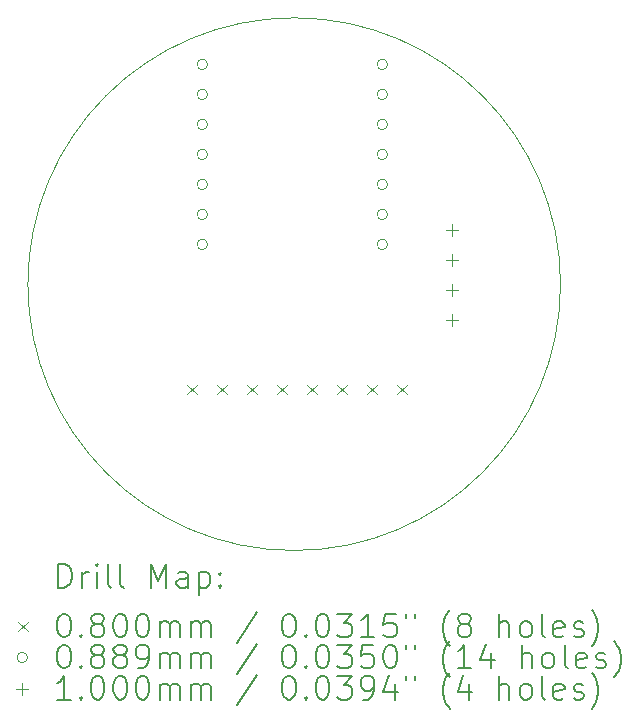
<source format=gbr>
%TF.GenerationSoftware,KiCad,Pcbnew,9.0.2*%
%TF.CreationDate,2025-06-11T04:48:03-04:00*%
%TF.ProjectId,HackCharm,4861636b-4368-4617-926d-2e6b69636164,rev?*%
%TF.SameCoordinates,Original*%
%TF.FileFunction,Drillmap*%
%TF.FilePolarity,Positive*%
%FSLAX45Y45*%
G04 Gerber Fmt 4.5, Leading zero omitted, Abs format (unit mm)*
G04 Created by KiCad (PCBNEW 9.0.2) date 2025-06-11 04:48:03*
%MOMM*%
%LPD*%
G01*
G04 APERTURE LIST*
%ADD10C,0.050000*%
%ADD11C,0.200000*%
%ADD12C,0.100000*%
G04 APERTURE END LIST*
D10*
X17580000Y-9940000D02*
G75*
G02*
X13070418Y-9940000I-2254791J0D01*
G01*
X13070418Y-9940000D02*
G75*
G02*
X17580000Y-9940000I2254791J0D01*
G01*
D11*
D12*
X14421800Y-10792000D02*
X14501800Y-10872000D01*
X14501800Y-10792000D02*
X14421800Y-10872000D01*
X14675800Y-10792000D02*
X14755800Y-10872000D01*
X14755800Y-10792000D02*
X14675800Y-10872000D01*
X14929800Y-10792000D02*
X15009800Y-10872000D01*
X15009800Y-10792000D02*
X14929800Y-10872000D01*
X15183800Y-10792000D02*
X15263800Y-10872000D01*
X15263800Y-10792000D02*
X15183800Y-10872000D01*
X15437800Y-10792000D02*
X15517800Y-10872000D01*
X15517800Y-10792000D02*
X15437800Y-10872000D01*
X15691800Y-10792000D02*
X15771800Y-10872000D01*
X15771800Y-10792000D02*
X15691800Y-10872000D01*
X15945800Y-10792000D02*
X16025800Y-10872000D01*
X16025800Y-10792000D02*
X15945800Y-10872000D01*
X16199800Y-10792000D02*
X16279800Y-10872000D01*
X16279800Y-10792000D02*
X16199800Y-10872000D01*
X14592450Y-8079850D02*
G75*
G02*
X14503550Y-8079850I-44450J0D01*
G01*
X14503550Y-8079850D02*
G75*
G02*
X14592450Y-8079850I44450J0D01*
G01*
X14592450Y-8333850D02*
G75*
G02*
X14503550Y-8333850I-44450J0D01*
G01*
X14503550Y-8333850D02*
G75*
G02*
X14592450Y-8333850I44450J0D01*
G01*
X14592450Y-8587850D02*
G75*
G02*
X14503550Y-8587850I-44450J0D01*
G01*
X14503550Y-8587850D02*
G75*
G02*
X14592450Y-8587850I44450J0D01*
G01*
X14592450Y-8841850D02*
G75*
G02*
X14503550Y-8841850I-44450J0D01*
G01*
X14503550Y-8841850D02*
G75*
G02*
X14592450Y-8841850I44450J0D01*
G01*
X14592450Y-9095850D02*
G75*
G02*
X14503550Y-9095850I-44450J0D01*
G01*
X14503550Y-9095850D02*
G75*
G02*
X14592450Y-9095850I44450J0D01*
G01*
X14592450Y-9349850D02*
G75*
G02*
X14503550Y-9349850I-44450J0D01*
G01*
X14503550Y-9349850D02*
G75*
G02*
X14592450Y-9349850I44450J0D01*
G01*
X14592450Y-9603850D02*
G75*
G02*
X14503550Y-9603850I-44450J0D01*
G01*
X14503550Y-9603850D02*
G75*
G02*
X14592450Y-9603850I44450J0D01*
G01*
X16116450Y-8079850D02*
G75*
G02*
X16027550Y-8079850I-44450J0D01*
G01*
X16027550Y-8079850D02*
G75*
G02*
X16116450Y-8079850I44450J0D01*
G01*
X16116450Y-8333850D02*
G75*
G02*
X16027550Y-8333850I-44450J0D01*
G01*
X16027550Y-8333850D02*
G75*
G02*
X16116450Y-8333850I44450J0D01*
G01*
X16116450Y-8587850D02*
G75*
G02*
X16027550Y-8587850I-44450J0D01*
G01*
X16027550Y-8587850D02*
G75*
G02*
X16116450Y-8587850I44450J0D01*
G01*
X16116450Y-8841850D02*
G75*
G02*
X16027550Y-8841850I-44450J0D01*
G01*
X16027550Y-8841850D02*
G75*
G02*
X16116450Y-8841850I44450J0D01*
G01*
X16116450Y-9095850D02*
G75*
G02*
X16027550Y-9095850I-44450J0D01*
G01*
X16027550Y-9095850D02*
G75*
G02*
X16116450Y-9095850I44450J0D01*
G01*
X16116450Y-9349850D02*
G75*
G02*
X16027550Y-9349850I-44450J0D01*
G01*
X16027550Y-9349850D02*
G75*
G02*
X16116450Y-9349850I44450J0D01*
G01*
X16116450Y-9603850D02*
G75*
G02*
X16027550Y-9603850I-44450J0D01*
G01*
X16027550Y-9603850D02*
G75*
G02*
X16116450Y-9603850I44450J0D01*
G01*
X16660000Y-9433000D02*
X16660000Y-9533000D01*
X16610000Y-9483000D02*
X16710000Y-9483000D01*
X16660000Y-9687000D02*
X16660000Y-9787000D01*
X16610000Y-9737000D02*
X16710000Y-9737000D01*
X16660000Y-9941000D02*
X16660000Y-10041000D01*
X16610000Y-9991000D02*
X16710000Y-9991000D01*
X16660000Y-10195000D02*
X16660000Y-10295000D01*
X16610000Y-10245000D02*
X16710000Y-10245000D01*
D11*
X13328695Y-12508775D02*
X13328695Y-12308775D01*
X13328695Y-12308775D02*
X13376314Y-12308775D01*
X13376314Y-12308775D02*
X13404885Y-12318299D01*
X13404885Y-12318299D02*
X13423933Y-12337346D01*
X13423933Y-12337346D02*
X13433456Y-12356394D01*
X13433456Y-12356394D02*
X13442980Y-12394489D01*
X13442980Y-12394489D02*
X13442980Y-12423061D01*
X13442980Y-12423061D02*
X13433456Y-12461156D01*
X13433456Y-12461156D02*
X13423933Y-12480203D01*
X13423933Y-12480203D02*
X13404885Y-12499251D01*
X13404885Y-12499251D02*
X13376314Y-12508775D01*
X13376314Y-12508775D02*
X13328695Y-12508775D01*
X13528695Y-12508775D02*
X13528695Y-12375441D01*
X13528695Y-12413537D02*
X13538218Y-12394489D01*
X13538218Y-12394489D02*
X13547742Y-12384965D01*
X13547742Y-12384965D02*
X13566790Y-12375441D01*
X13566790Y-12375441D02*
X13585837Y-12375441D01*
X13652504Y-12508775D02*
X13652504Y-12375441D01*
X13652504Y-12308775D02*
X13642980Y-12318299D01*
X13642980Y-12318299D02*
X13652504Y-12327822D01*
X13652504Y-12327822D02*
X13662028Y-12318299D01*
X13662028Y-12318299D02*
X13652504Y-12308775D01*
X13652504Y-12308775D02*
X13652504Y-12327822D01*
X13776314Y-12508775D02*
X13757266Y-12499251D01*
X13757266Y-12499251D02*
X13747742Y-12480203D01*
X13747742Y-12480203D02*
X13747742Y-12308775D01*
X13881075Y-12508775D02*
X13862028Y-12499251D01*
X13862028Y-12499251D02*
X13852504Y-12480203D01*
X13852504Y-12480203D02*
X13852504Y-12308775D01*
X14109647Y-12508775D02*
X14109647Y-12308775D01*
X14109647Y-12308775D02*
X14176314Y-12451632D01*
X14176314Y-12451632D02*
X14242980Y-12308775D01*
X14242980Y-12308775D02*
X14242980Y-12508775D01*
X14423933Y-12508775D02*
X14423933Y-12404013D01*
X14423933Y-12404013D02*
X14414409Y-12384965D01*
X14414409Y-12384965D02*
X14395361Y-12375441D01*
X14395361Y-12375441D02*
X14357266Y-12375441D01*
X14357266Y-12375441D02*
X14338218Y-12384965D01*
X14423933Y-12499251D02*
X14404885Y-12508775D01*
X14404885Y-12508775D02*
X14357266Y-12508775D01*
X14357266Y-12508775D02*
X14338218Y-12499251D01*
X14338218Y-12499251D02*
X14328695Y-12480203D01*
X14328695Y-12480203D02*
X14328695Y-12461156D01*
X14328695Y-12461156D02*
X14338218Y-12442108D01*
X14338218Y-12442108D02*
X14357266Y-12432584D01*
X14357266Y-12432584D02*
X14404885Y-12432584D01*
X14404885Y-12432584D02*
X14423933Y-12423061D01*
X14519171Y-12375441D02*
X14519171Y-12575441D01*
X14519171Y-12384965D02*
X14538218Y-12375441D01*
X14538218Y-12375441D02*
X14576314Y-12375441D01*
X14576314Y-12375441D02*
X14595361Y-12384965D01*
X14595361Y-12384965D02*
X14604885Y-12394489D01*
X14604885Y-12394489D02*
X14614409Y-12413537D01*
X14614409Y-12413537D02*
X14614409Y-12470680D01*
X14614409Y-12470680D02*
X14604885Y-12489727D01*
X14604885Y-12489727D02*
X14595361Y-12499251D01*
X14595361Y-12499251D02*
X14576314Y-12508775D01*
X14576314Y-12508775D02*
X14538218Y-12508775D01*
X14538218Y-12508775D02*
X14519171Y-12499251D01*
X14700123Y-12489727D02*
X14709647Y-12499251D01*
X14709647Y-12499251D02*
X14700123Y-12508775D01*
X14700123Y-12508775D02*
X14690599Y-12499251D01*
X14690599Y-12499251D02*
X14700123Y-12489727D01*
X14700123Y-12489727D02*
X14700123Y-12508775D01*
X14700123Y-12384965D02*
X14709647Y-12394489D01*
X14709647Y-12394489D02*
X14700123Y-12404013D01*
X14700123Y-12404013D02*
X14690599Y-12394489D01*
X14690599Y-12394489D02*
X14700123Y-12384965D01*
X14700123Y-12384965D02*
X14700123Y-12404013D01*
D12*
X12987918Y-12797291D02*
X13067918Y-12877291D01*
X13067918Y-12797291D02*
X12987918Y-12877291D01*
D11*
X13366790Y-12728775D02*
X13385837Y-12728775D01*
X13385837Y-12728775D02*
X13404885Y-12738299D01*
X13404885Y-12738299D02*
X13414409Y-12747822D01*
X13414409Y-12747822D02*
X13423933Y-12766870D01*
X13423933Y-12766870D02*
X13433456Y-12804965D01*
X13433456Y-12804965D02*
X13433456Y-12852584D01*
X13433456Y-12852584D02*
X13423933Y-12890680D01*
X13423933Y-12890680D02*
X13414409Y-12909727D01*
X13414409Y-12909727D02*
X13404885Y-12919251D01*
X13404885Y-12919251D02*
X13385837Y-12928775D01*
X13385837Y-12928775D02*
X13366790Y-12928775D01*
X13366790Y-12928775D02*
X13347742Y-12919251D01*
X13347742Y-12919251D02*
X13338218Y-12909727D01*
X13338218Y-12909727D02*
X13328695Y-12890680D01*
X13328695Y-12890680D02*
X13319171Y-12852584D01*
X13319171Y-12852584D02*
X13319171Y-12804965D01*
X13319171Y-12804965D02*
X13328695Y-12766870D01*
X13328695Y-12766870D02*
X13338218Y-12747822D01*
X13338218Y-12747822D02*
X13347742Y-12738299D01*
X13347742Y-12738299D02*
X13366790Y-12728775D01*
X13519171Y-12909727D02*
X13528695Y-12919251D01*
X13528695Y-12919251D02*
X13519171Y-12928775D01*
X13519171Y-12928775D02*
X13509647Y-12919251D01*
X13509647Y-12919251D02*
X13519171Y-12909727D01*
X13519171Y-12909727D02*
X13519171Y-12928775D01*
X13642980Y-12814489D02*
X13623933Y-12804965D01*
X13623933Y-12804965D02*
X13614409Y-12795441D01*
X13614409Y-12795441D02*
X13604885Y-12776394D01*
X13604885Y-12776394D02*
X13604885Y-12766870D01*
X13604885Y-12766870D02*
X13614409Y-12747822D01*
X13614409Y-12747822D02*
X13623933Y-12738299D01*
X13623933Y-12738299D02*
X13642980Y-12728775D01*
X13642980Y-12728775D02*
X13681076Y-12728775D01*
X13681076Y-12728775D02*
X13700123Y-12738299D01*
X13700123Y-12738299D02*
X13709647Y-12747822D01*
X13709647Y-12747822D02*
X13719171Y-12766870D01*
X13719171Y-12766870D02*
X13719171Y-12776394D01*
X13719171Y-12776394D02*
X13709647Y-12795441D01*
X13709647Y-12795441D02*
X13700123Y-12804965D01*
X13700123Y-12804965D02*
X13681076Y-12814489D01*
X13681076Y-12814489D02*
X13642980Y-12814489D01*
X13642980Y-12814489D02*
X13623933Y-12824013D01*
X13623933Y-12824013D02*
X13614409Y-12833537D01*
X13614409Y-12833537D02*
X13604885Y-12852584D01*
X13604885Y-12852584D02*
X13604885Y-12890680D01*
X13604885Y-12890680D02*
X13614409Y-12909727D01*
X13614409Y-12909727D02*
X13623933Y-12919251D01*
X13623933Y-12919251D02*
X13642980Y-12928775D01*
X13642980Y-12928775D02*
X13681076Y-12928775D01*
X13681076Y-12928775D02*
X13700123Y-12919251D01*
X13700123Y-12919251D02*
X13709647Y-12909727D01*
X13709647Y-12909727D02*
X13719171Y-12890680D01*
X13719171Y-12890680D02*
X13719171Y-12852584D01*
X13719171Y-12852584D02*
X13709647Y-12833537D01*
X13709647Y-12833537D02*
X13700123Y-12824013D01*
X13700123Y-12824013D02*
X13681076Y-12814489D01*
X13842980Y-12728775D02*
X13862028Y-12728775D01*
X13862028Y-12728775D02*
X13881076Y-12738299D01*
X13881076Y-12738299D02*
X13890599Y-12747822D01*
X13890599Y-12747822D02*
X13900123Y-12766870D01*
X13900123Y-12766870D02*
X13909647Y-12804965D01*
X13909647Y-12804965D02*
X13909647Y-12852584D01*
X13909647Y-12852584D02*
X13900123Y-12890680D01*
X13900123Y-12890680D02*
X13890599Y-12909727D01*
X13890599Y-12909727D02*
X13881076Y-12919251D01*
X13881076Y-12919251D02*
X13862028Y-12928775D01*
X13862028Y-12928775D02*
X13842980Y-12928775D01*
X13842980Y-12928775D02*
X13823933Y-12919251D01*
X13823933Y-12919251D02*
X13814409Y-12909727D01*
X13814409Y-12909727D02*
X13804885Y-12890680D01*
X13804885Y-12890680D02*
X13795361Y-12852584D01*
X13795361Y-12852584D02*
X13795361Y-12804965D01*
X13795361Y-12804965D02*
X13804885Y-12766870D01*
X13804885Y-12766870D02*
X13814409Y-12747822D01*
X13814409Y-12747822D02*
X13823933Y-12738299D01*
X13823933Y-12738299D02*
X13842980Y-12728775D01*
X14033456Y-12728775D02*
X14052504Y-12728775D01*
X14052504Y-12728775D02*
X14071552Y-12738299D01*
X14071552Y-12738299D02*
X14081076Y-12747822D01*
X14081076Y-12747822D02*
X14090599Y-12766870D01*
X14090599Y-12766870D02*
X14100123Y-12804965D01*
X14100123Y-12804965D02*
X14100123Y-12852584D01*
X14100123Y-12852584D02*
X14090599Y-12890680D01*
X14090599Y-12890680D02*
X14081076Y-12909727D01*
X14081076Y-12909727D02*
X14071552Y-12919251D01*
X14071552Y-12919251D02*
X14052504Y-12928775D01*
X14052504Y-12928775D02*
X14033456Y-12928775D01*
X14033456Y-12928775D02*
X14014409Y-12919251D01*
X14014409Y-12919251D02*
X14004885Y-12909727D01*
X14004885Y-12909727D02*
X13995361Y-12890680D01*
X13995361Y-12890680D02*
X13985837Y-12852584D01*
X13985837Y-12852584D02*
X13985837Y-12804965D01*
X13985837Y-12804965D02*
X13995361Y-12766870D01*
X13995361Y-12766870D02*
X14004885Y-12747822D01*
X14004885Y-12747822D02*
X14014409Y-12738299D01*
X14014409Y-12738299D02*
X14033456Y-12728775D01*
X14185837Y-12928775D02*
X14185837Y-12795441D01*
X14185837Y-12814489D02*
X14195361Y-12804965D01*
X14195361Y-12804965D02*
X14214409Y-12795441D01*
X14214409Y-12795441D02*
X14242980Y-12795441D01*
X14242980Y-12795441D02*
X14262028Y-12804965D01*
X14262028Y-12804965D02*
X14271552Y-12824013D01*
X14271552Y-12824013D02*
X14271552Y-12928775D01*
X14271552Y-12824013D02*
X14281076Y-12804965D01*
X14281076Y-12804965D02*
X14300123Y-12795441D01*
X14300123Y-12795441D02*
X14328695Y-12795441D01*
X14328695Y-12795441D02*
X14347742Y-12804965D01*
X14347742Y-12804965D02*
X14357266Y-12824013D01*
X14357266Y-12824013D02*
X14357266Y-12928775D01*
X14452504Y-12928775D02*
X14452504Y-12795441D01*
X14452504Y-12814489D02*
X14462028Y-12804965D01*
X14462028Y-12804965D02*
X14481076Y-12795441D01*
X14481076Y-12795441D02*
X14509647Y-12795441D01*
X14509647Y-12795441D02*
X14528695Y-12804965D01*
X14528695Y-12804965D02*
X14538218Y-12824013D01*
X14538218Y-12824013D02*
X14538218Y-12928775D01*
X14538218Y-12824013D02*
X14547742Y-12804965D01*
X14547742Y-12804965D02*
X14566790Y-12795441D01*
X14566790Y-12795441D02*
X14595361Y-12795441D01*
X14595361Y-12795441D02*
X14614409Y-12804965D01*
X14614409Y-12804965D02*
X14623933Y-12824013D01*
X14623933Y-12824013D02*
X14623933Y-12928775D01*
X15014409Y-12719251D02*
X14842980Y-12976394D01*
X15271552Y-12728775D02*
X15290600Y-12728775D01*
X15290600Y-12728775D02*
X15309647Y-12738299D01*
X15309647Y-12738299D02*
X15319171Y-12747822D01*
X15319171Y-12747822D02*
X15328695Y-12766870D01*
X15328695Y-12766870D02*
X15338219Y-12804965D01*
X15338219Y-12804965D02*
X15338219Y-12852584D01*
X15338219Y-12852584D02*
X15328695Y-12890680D01*
X15328695Y-12890680D02*
X15319171Y-12909727D01*
X15319171Y-12909727D02*
X15309647Y-12919251D01*
X15309647Y-12919251D02*
X15290600Y-12928775D01*
X15290600Y-12928775D02*
X15271552Y-12928775D01*
X15271552Y-12928775D02*
X15252504Y-12919251D01*
X15252504Y-12919251D02*
X15242980Y-12909727D01*
X15242980Y-12909727D02*
X15233457Y-12890680D01*
X15233457Y-12890680D02*
X15223933Y-12852584D01*
X15223933Y-12852584D02*
X15223933Y-12804965D01*
X15223933Y-12804965D02*
X15233457Y-12766870D01*
X15233457Y-12766870D02*
X15242980Y-12747822D01*
X15242980Y-12747822D02*
X15252504Y-12738299D01*
X15252504Y-12738299D02*
X15271552Y-12728775D01*
X15423933Y-12909727D02*
X15433457Y-12919251D01*
X15433457Y-12919251D02*
X15423933Y-12928775D01*
X15423933Y-12928775D02*
X15414409Y-12919251D01*
X15414409Y-12919251D02*
X15423933Y-12909727D01*
X15423933Y-12909727D02*
X15423933Y-12928775D01*
X15557266Y-12728775D02*
X15576314Y-12728775D01*
X15576314Y-12728775D02*
X15595361Y-12738299D01*
X15595361Y-12738299D02*
X15604885Y-12747822D01*
X15604885Y-12747822D02*
X15614409Y-12766870D01*
X15614409Y-12766870D02*
X15623933Y-12804965D01*
X15623933Y-12804965D02*
X15623933Y-12852584D01*
X15623933Y-12852584D02*
X15614409Y-12890680D01*
X15614409Y-12890680D02*
X15604885Y-12909727D01*
X15604885Y-12909727D02*
X15595361Y-12919251D01*
X15595361Y-12919251D02*
X15576314Y-12928775D01*
X15576314Y-12928775D02*
X15557266Y-12928775D01*
X15557266Y-12928775D02*
X15538219Y-12919251D01*
X15538219Y-12919251D02*
X15528695Y-12909727D01*
X15528695Y-12909727D02*
X15519171Y-12890680D01*
X15519171Y-12890680D02*
X15509647Y-12852584D01*
X15509647Y-12852584D02*
X15509647Y-12804965D01*
X15509647Y-12804965D02*
X15519171Y-12766870D01*
X15519171Y-12766870D02*
X15528695Y-12747822D01*
X15528695Y-12747822D02*
X15538219Y-12738299D01*
X15538219Y-12738299D02*
X15557266Y-12728775D01*
X15690600Y-12728775D02*
X15814409Y-12728775D01*
X15814409Y-12728775D02*
X15747742Y-12804965D01*
X15747742Y-12804965D02*
X15776314Y-12804965D01*
X15776314Y-12804965D02*
X15795361Y-12814489D01*
X15795361Y-12814489D02*
X15804885Y-12824013D01*
X15804885Y-12824013D02*
X15814409Y-12843061D01*
X15814409Y-12843061D02*
X15814409Y-12890680D01*
X15814409Y-12890680D02*
X15804885Y-12909727D01*
X15804885Y-12909727D02*
X15795361Y-12919251D01*
X15795361Y-12919251D02*
X15776314Y-12928775D01*
X15776314Y-12928775D02*
X15719171Y-12928775D01*
X15719171Y-12928775D02*
X15700123Y-12919251D01*
X15700123Y-12919251D02*
X15690600Y-12909727D01*
X16004885Y-12928775D02*
X15890600Y-12928775D01*
X15947742Y-12928775D02*
X15947742Y-12728775D01*
X15947742Y-12728775D02*
X15928695Y-12757346D01*
X15928695Y-12757346D02*
X15909647Y-12776394D01*
X15909647Y-12776394D02*
X15890600Y-12785918D01*
X16185838Y-12728775D02*
X16090600Y-12728775D01*
X16090600Y-12728775D02*
X16081076Y-12824013D01*
X16081076Y-12824013D02*
X16090600Y-12814489D01*
X16090600Y-12814489D02*
X16109647Y-12804965D01*
X16109647Y-12804965D02*
X16157266Y-12804965D01*
X16157266Y-12804965D02*
X16176314Y-12814489D01*
X16176314Y-12814489D02*
X16185838Y-12824013D01*
X16185838Y-12824013D02*
X16195361Y-12843061D01*
X16195361Y-12843061D02*
X16195361Y-12890680D01*
X16195361Y-12890680D02*
X16185838Y-12909727D01*
X16185838Y-12909727D02*
X16176314Y-12919251D01*
X16176314Y-12919251D02*
X16157266Y-12928775D01*
X16157266Y-12928775D02*
X16109647Y-12928775D01*
X16109647Y-12928775D02*
X16090600Y-12919251D01*
X16090600Y-12919251D02*
X16081076Y-12909727D01*
X16271552Y-12728775D02*
X16271552Y-12766870D01*
X16347742Y-12728775D02*
X16347742Y-12766870D01*
X16642981Y-13004965D02*
X16633457Y-12995441D01*
X16633457Y-12995441D02*
X16614409Y-12966870D01*
X16614409Y-12966870D02*
X16604885Y-12947822D01*
X16604885Y-12947822D02*
X16595362Y-12919251D01*
X16595362Y-12919251D02*
X16585838Y-12871632D01*
X16585838Y-12871632D02*
X16585838Y-12833537D01*
X16585838Y-12833537D02*
X16595362Y-12785918D01*
X16595362Y-12785918D02*
X16604885Y-12757346D01*
X16604885Y-12757346D02*
X16614409Y-12738299D01*
X16614409Y-12738299D02*
X16633457Y-12709727D01*
X16633457Y-12709727D02*
X16642981Y-12700203D01*
X16747742Y-12814489D02*
X16728695Y-12804965D01*
X16728695Y-12804965D02*
X16719171Y-12795441D01*
X16719171Y-12795441D02*
X16709647Y-12776394D01*
X16709647Y-12776394D02*
X16709647Y-12766870D01*
X16709647Y-12766870D02*
X16719171Y-12747822D01*
X16719171Y-12747822D02*
X16728695Y-12738299D01*
X16728695Y-12738299D02*
X16747742Y-12728775D01*
X16747742Y-12728775D02*
X16785838Y-12728775D01*
X16785838Y-12728775D02*
X16804885Y-12738299D01*
X16804885Y-12738299D02*
X16814409Y-12747822D01*
X16814409Y-12747822D02*
X16823933Y-12766870D01*
X16823933Y-12766870D02*
X16823933Y-12776394D01*
X16823933Y-12776394D02*
X16814409Y-12795441D01*
X16814409Y-12795441D02*
X16804885Y-12804965D01*
X16804885Y-12804965D02*
X16785838Y-12814489D01*
X16785838Y-12814489D02*
X16747742Y-12814489D01*
X16747742Y-12814489D02*
X16728695Y-12824013D01*
X16728695Y-12824013D02*
X16719171Y-12833537D01*
X16719171Y-12833537D02*
X16709647Y-12852584D01*
X16709647Y-12852584D02*
X16709647Y-12890680D01*
X16709647Y-12890680D02*
X16719171Y-12909727D01*
X16719171Y-12909727D02*
X16728695Y-12919251D01*
X16728695Y-12919251D02*
X16747742Y-12928775D01*
X16747742Y-12928775D02*
X16785838Y-12928775D01*
X16785838Y-12928775D02*
X16804885Y-12919251D01*
X16804885Y-12919251D02*
X16814409Y-12909727D01*
X16814409Y-12909727D02*
X16823933Y-12890680D01*
X16823933Y-12890680D02*
X16823933Y-12852584D01*
X16823933Y-12852584D02*
X16814409Y-12833537D01*
X16814409Y-12833537D02*
X16804885Y-12824013D01*
X16804885Y-12824013D02*
X16785838Y-12814489D01*
X17062028Y-12928775D02*
X17062028Y-12728775D01*
X17147743Y-12928775D02*
X17147743Y-12824013D01*
X17147743Y-12824013D02*
X17138219Y-12804965D01*
X17138219Y-12804965D02*
X17119171Y-12795441D01*
X17119171Y-12795441D02*
X17090600Y-12795441D01*
X17090600Y-12795441D02*
X17071552Y-12804965D01*
X17071552Y-12804965D02*
X17062028Y-12814489D01*
X17271552Y-12928775D02*
X17252505Y-12919251D01*
X17252505Y-12919251D02*
X17242981Y-12909727D01*
X17242981Y-12909727D02*
X17233457Y-12890680D01*
X17233457Y-12890680D02*
X17233457Y-12833537D01*
X17233457Y-12833537D02*
X17242981Y-12814489D01*
X17242981Y-12814489D02*
X17252505Y-12804965D01*
X17252505Y-12804965D02*
X17271552Y-12795441D01*
X17271552Y-12795441D02*
X17300124Y-12795441D01*
X17300124Y-12795441D02*
X17319171Y-12804965D01*
X17319171Y-12804965D02*
X17328695Y-12814489D01*
X17328695Y-12814489D02*
X17338219Y-12833537D01*
X17338219Y-12833537D02*
X17338219Y-12890680D01*
X17338219Y-12890680D02*
X17328695Y-12909727D01*
X17328695Y-12909727D02*
X17319171Y-12919251D01*
X17319171Y-12919251D02*
X17300124Y-12928775D01*
X17300124Y-12928775D02*
X17271552Y-12928775D01*
X17452505Y-12928775D02*
X17433457Y-12919251D01*
X17433457Y-12919251D02*
X17423933Y-12900203D01*
X17423933Y-12900203D02*
X17423933Y-12728775D01*
X17604886Y-12919251D02*
X17585838Y-12928775D01*
X17585838Y-12928775D02*
X17547743Y-12928775D01*
X17547743Y-12928775D02*
X17528695Y-12919251D01*
X17528695Y-12919251D02*
X17519171Y-12900203D01*
X17519171Y-12900203D02*
X17519171Y-12824013D01*
X17519171Y-12824013D02*
X17528695Y-12804965D01*
X17528695Y-12804965D02*
X17547743Y-12795441D01*
X17547743Y-12795441D02*
X17585838Y-12795441D01*
X17585838Y-12795441D02*
X17604886Y-12804965D01*
X17604886Y-12804965D02*
X17614409Y-12824013D01*
X17614409Y-12824013D02*
X17614409Y-12843061D01*
X17614409Y-12843061D02*
X17519171Y-12862108D01*
X17690600Y-12919251D02*
X17709647Y-12928775D01*
X17709647Y-12928775D02*
X17747743Y-12928775D01*
X17747743Y-12928775D02*
X17766790Y-12919251D01*
X17766790Y-12919251D02*
X17776314Y-12900203D01*
X17776314Y-12900203D02*
X17776314Y-12890680D01*
X17776314Y-12890680D02*
X17766790Y-12871632D01*
X17766790Y-12871632D02*
X17747743Y-12862108D01*
X17747743Y-12862108D02*
X17719171Y-12862108D01*
X17719171Y-12862108D02*
X17700124Y-12852584D01*
X17700124Y-12852584D02*
X17690600Y-12833537D01*
X17690600Y-12833537D02*
X17690600Y-12824013D01*
X17690600Y-12824013D02*
X17700124Y-12804965D01*
X17700124Y-12804965D02*
X17719171Y-12795441D01*
X17719171Y-12795441D02*
X17747743Y-12795441D01*
X17747743Y-12795441D02*
X17766790Y-12804965D01*
X17842981Y-13004965D02*
X17852505Y-12995441D01*
X17852505Y-12995441D02*
X17871552Y-12966870D01*
X17871552Y-12966870D02*
X17881076Y-12947822D01*
X17881076Y-12947822D02*
X17890600Y-12919251D01*
X17890600Y-12919251D02*
X17900124Y-12871632D01*
X17900124Y-12871632D02*
X17900124Y-12833537D01*
X17900124Y-12833537D02*
X17890600Y-12785918D01*
X17890600Y-12785918D02*
X17881076Y-12757346D01*
X17881076Y-12757346D02*
X17871552Y-12738299D01*
X17871552Y-12738299D02*
X17852505Y-12709727D01*
X17852505Y-12709727D02*
X17842981Y-12700203D01*
D12*
X13067918Y-13101291D02*
G75*
G02*
X12979018Y-13101291I-44450J0D01*
G01*
X12979018Y-13101291D02*
G75*
G02*
X13067918Y-13101291I44450J0D01*
G01*
D11*
X13366790Y-12992775D02*
X13385837Y-12992775D01*
X13385837Y-12992775D02*
X13404885Y-13002299D01*
X13404885Y-13002299D02*
X13414409Y-13011822D01*
X13414409Y-13011822D02*
X13423933Y-13030870D01*
X13423933Y-13030870D02*
X13433456Y-13068965D01*
X13433456Y-13068965D02*
X13433456Y-13116584D01*
X13433456Y-13116584D02*
X13423933Y-13154680D01*
X13423933Y-13154680D02*
X13414409Y-13173727D01*
X13414409Y-13173727D02*
X13404885Y-13183251D01*
X13404885Y-13183251D02*
X13385837Y-13192775D01*
X13385837Y-13192775D02*
X13366790Y-13192775D01*
X13366790Y-13192775D02*
X13347742Y-13183251D01*
X13347742Y-13183251D02*
X13338218Y-13173727D01*
X13338218Y-13173727D02*
X13328695Y-13154680D01*
X13328695Y-13154680D02*
X13319171Y-13116584D01*
X13319171Y-13116584D02*
X13319171Y-13068965D01*
X13319171Y-13068965D02*
X13328695Y-13030870D01*
X13328695Y-13030870D02*
X13338218Y-13011822D01*
X13338218Y-13011822D02*
X13347742Y-13002299D01*
X13347742Y-13002299D02*
X13366790Y-12992775D01*
X13519171Y-13173727D02*
X13528695Y-13183251D01*
X13528695Y-13183251D02*
X13519171Y-13192775D01*
X13519171Y-13192775D02*
X13509647Y-13183251D01*
X13509647Y-13183251D02*
X13519171Y-13173727D01*
X13519171Y-13173727D02*
X13519171Y-13192775D01*
X13642980Y-13078489D02*
X13623933Y-13068965D01*
X13623933Y-13068965D02*
X13614409Y-13059441D01*
X13614409Y-13059441D02*
X13604885Y-13040394D01*
X13604885Y-13040394D02*
X13604885Y-13030870D01*
X13604885Y-13030870D02*
X13614409Y-13011822D01*
X13614409Y-13011822D02*
X13623933Y-13002299D01*
X13623933Y-13002299D02*
X13642980Y-12992775D01*
X13642980Y-12992775D02*
X13681076Y-12992775D01*
X13681076Y-12992775D02*
X13700123Y-13002299D01*
X13700123Y-13002299D02*
X13709647Y-13011822D01*
X13709647Y-13011822D02*
X13719171Y-13030870D01*
X13719171Y-13030870D02*
X13719171Y-13040394D01*
X13719171Y-13040394D02*
X13709647Y-13059441D01*
X13709647Y-13059441D02*
X13700123Y-13068965D01*
X13700123Y-13068965D02*
X13681076Y-13078489D01*
X13681076Y-13078489D02*
X13642980Y-13078489D01*
X13642980Y-13078489D02*
X13623933Y-13088013D01*
X13623933Y-13088013D02*
X13614409Y-13097537D01*
X13614409Y-13097537D02*
X13604885Y-13116584D01*
X13604885Y-13116584D02*
X13604885Y-13154680D01*
X13604885Y-13154680D02*
X13614409Y-13173727D01*
X13614409Y-13173727D02*
X13623933Y-13183251D01*
X13623933Y-13183251D02*
X13642980Y-13192775D01*
X13642980Y-13192775D02*
X13681076Y-13192775D01*
X13681076Y-13192775D02*
X13700123Y-13183251D01*
X13700123Y-13183251D02*
X13709647Y-13173727D01*
X13709647Y-13173727D02*
X13719171Y-13154680D01*
X13719171Y-13154680D02*
X13719171Y-13116584D01*
X13719171Y-13116584D02*
X13709647Y-13097537D01*
X13709647Y-13097537D02*
X13700123Y-13088013D01*
X13700123Y-13088013D02*
X13681076Y-13078489D01*
X13833456Y-13078489D02*
X13814409Y-13068965D01*
X13814409Y-13068965D02*
X13804885Y-13059441D01*
X13804885Y-13059441D02*
X13795361Y-13040394D01*
X13795361Y-13040394D02*
X13795361Y-13030870D01*
X13795361Y-13030870D02*
X13804885Y-13011822D01*
X13804885Y-13011822D02*
X13814409Y-13002299D01*
X13814409Y-13002299D02*
X13833456Y-12992775D01*
X13833456Y-12992775D02*
X13871552Y-12992775D01*
X13871552Y-12992775D02*
X13890599Y-13002299D01*
X13890599Y-13002299D02*
X13900123Y-13011822D01*
X13900123Y-13011822D02*
X13909647Y-13030870D01*
X13909647Y-13030870D02*
X13909647Y-13040394D01*
X13909647Y-13040394D02*
X13900123Y-13059441D01*
X13900123Y-13059441D02*
X13890599Y-13068965D01*
X13890599Y-13068965D02*
X13871552Y-13078489D01*
X13871552Y-13078489D02*
X13833456Y-13078489D01*
X13833456Y-13078489D02*
X13814409Y-13088013D01*
X13814409Y-13088013D02*
X13804885Y-13097537D01*
X13804885Y-13097537D02*
X13795361Y-13116584D01*
X13795361Y-13116584D02*
X13795361Y-13154680D01*
X13795361Y-13154680D02*
X13804885Y-13173727D01*
X13804885Y-13173727D02*
X13814409Y-13183251D01*
X13814409Y-13183251D02*
X13833456Y-13192775D01*
X13833456Y-13192775D02*
X13871552Y-13192775D01*
X13871552Y-13192775D02*
X13890599Y-13183251D01*
X13890599Y-13183251D02*
X13900123Y-13173727D01*
X13900123Y-13173727D02*
X13909647Y-13154680D01*
X13909647Y-13154680D02*
X13909647Y-13116584D01*
X13909647Y-13116584D02*
X13900123Y-13097537D01*
X13900123Y-13097537D02*
X13890599Y-13088013D01*
X13890599Y-13088013D02*
X13871552Y-13078489D01*
X14004885Y-13192775D02*
X14042980Y-13192775D01*
X14042980Y-13192775D02*
X14062028Y-13183251D01*
X14062028Y-13183251D02*
X14071552Y-13173727D01*
X14071552Y-13173727D02*
X14090599Y-13145156D01*
X14090599Y-13145156D02*
X14100123Y-13107061D01*
X14100123Y-13107061D02*
X14100123Y-13030870D01*
X14100123Y-13030870D02*
X14090599Y-13011822D01*
X14090599Y-13011822D02*
X14081076Y-13002299D01*
X14081076Y-13002299D02*
X14062028Y-12992775D01*
X14062028Y-12992775D02*
X14023933Y-12992775D01*
X14023933Y-12992775D02*
X14004885Y-13002299D01*
X14004885Y-13002299D02*
X13995361Y-13011822D01*
X13995361Y-13011822D02*
X13985837Y-13030870D01*
X13985837Y-13030870D02*
X13985837Y-13078489D01*
X13985837Y-13078489D02*
X13995361Y-13097537D01*
X13995361Y-13097537D02*
X14004885Y-13107061D01*
X14004885Y-13107061D02*
X14023933Y-13116584D01*
X14023933Y-13116584D02*
X14062028Y-13116584D01*
X14062028Y-13116584D02*
X14081076Y-13107061D01*
X14081076Y-13107061D02*
X14090599Y-13097537D01*
X14090599Y-13097537D02*
X14100123Y-13078489D01*
X14185837Y-13192775D02*
X14185837Y-13059441D01*
X14185837Y-13078489D02*
X14195361Y-13068965D01*
X14195361Y-13068965D02*
X14214409Y-13059441D01*
X14214409Y-13059441D02*
X14242980Y-13059441D01*
X14242980Y-13059441D02*
X14262028Y-13068965D01*
X14262028Y-13068965D02*
X14271552Y-13088013D01*
X14271552Y-13088013D02*
X14271552Y-13192775D01*
X14271552Y-13088013D02*
X14281076Y-13068965D01*
X14281076Y-13068965D02*
X14300123Y-13059441D01*
X14300123Y-13059441D02*
X14328695Y-13059441D01*
X14328695Y-13059441D02*
X14347742Y-13068965D01*
X14347742Y-13068965D02*
X14357266Y-13088013D01*
X14357266Y-13088013D02*
X14357266Y-13192775D01*
X14452504Y-13192775D02*
X14452504Y-13059441D01*
X14452504Y-13078489D02*
X14462028Y-13068965D01*
X14462028Y-13068965D02*
X14481076Y-13059441D01*
X14481076Y-13059441D02*
X14509647Y-13059441D01*
X14509647Y-13059441D02*
X14528695Y-13068965D01*
X14528695Y-13068965D02*
X14538218Y-13088013D01*
X14538218Y-13088013D02*
X14538218Y-13192775D01*
X14538218Y-13088013D02*
X14547742Y-13068965D01*
X14547742Y-13068965D02*
X14566790Y-13059441D01*
X14566790Y-13059441D02*
X14595361Y-13059441D01*
X14595361Y-13059441D02*
X14614409Y-13068965D01*
X14614409Y-13068965D02*
X14623933Y-13088013D01*
X14623933Y-13088013D02*
X14623933Y-13192775D01*
X15014409Y-12983251D02*
X14842980Y-13240394D01*
X15271552Y-12992775D02*
X15290600Y-12992775D01*
X15290600Y-12992775D02*
X15309647Y-13002299D01*
X15309647Y-13002299D02*
X15319171Y-13011822D01*
X15319171Y-13011822D02*
X15328695Y-13030870D01*
X15328695Y-13030870D02*
X15338219Y-13068965D01*
X15338219Y-13068965D02*
X15338219Y-13116584D01*
X15338219Y-13116584D02*
X15328695Y-13154680D01*
X15328695Y-13154680D02*
X15319171Y-13173727D01*
X15319171Y-13173727D02*
X15309647Y-13183251D01*
X15309647Y-13183251D02*
X15290600Y-13192775D01*
X15290600Y-13192775D02*
X15271552Y-13192775D01*
X15271552Y-13192775D02*
X15252504Y-13183251D01*
X15252504Y-13183251D02*
X15242980Y-13173727D01*
X15242980Y-13173727D02*
X15233457Y-13154680D01*
X15233457Y-13154680D02*
X15223933Y-13116584D01*
X15223933Y-13116584D02*
X15223933Y-13068965D01*
X15223933Y-13068965D02*
X15233457Y-13030870D01*
X15233457Y-13030870D02*
X15242980Y-13011822D01*
X15242980Y-13011822D02*
X15252504Y-13002299D01*
X15252504Y-13002299D02*
X15271552Y-12992775D01*
X15423933Y-13173727D02*
X15433457Y-13183251D01*
X15433457Y-13183251D02*
X15423933Y-13192775D01*
X15423933Y-13192775D02*
X15414409Y-13183251D01*
X15414409Y-13183251D02*
X15423933Y-13173727D01*
X15423933Y-13173727D02*
X15423933Y-13192775D01*
X15557266Y-12992775D02*
X15576314Y-12992775D01*
X15576314Y-12992775D02*
X15595361Y-13002299D01*
X15595361Y-13002299D02*
X15604885Y-13011822D01*
X15604885Y-13011822D02*
X15614409Y-13030870D01*
X15614409Y-13030870D02*
X15623933Y-13068965D01*
X15623933Y-13068965D02*
X15623933Y-13116584D01*
X15623933Y-13116584D02*
X15614409Y-13154680D01*
X15614409Y-13154680D02*
X15604885Y-13173727D01*
X15604885Y-13173727D02*
X15595361Y-13183251D01*
X15595361Y-13183251D02*
X15576314Y-13192775D01*
X15576314Y-13192775D02*
X15557266Y-13192775D01*
X15557266Y-13192775D02*
X15538219Y-13183251D01*
X15538219Y-13183251D02*
X15528695Y-13173727D01*
X15528695Y-13173727D02*
X15519171Y-13154680D01*
X15519171Y-13154680D02*
X15509647Y-13116584D01*
X15509647Y-13116584D02*
X15509647Y-13068965D01*
X15509647Y-13068965D02*
X15519171Y-13030870D01*
X15519171Y-13030870D02*
X15528695Y-13011822D01*
X15528695Y-13011822D02*
X15538219Y-13002299D01*
X15538219Y-13002299D02*
X15557266Y-12992775D01*
X15690600Y-12992775D02*
X15814409Y-12992775D01*
X15814409Y-12992775D02*
X15747742Y-13068965D01*
X15747742Y-13068965D02*
X15776314Y-13068965D01*
X15776314Y-13068965D02*
X15795361Y-13078489D01*
X15795361Y-13078489D02*
X15804885Y-13088013D01*
X15804885Y-13088013D02*
X15814409Y-13107061D01*
X15814409Y-13107061D02*
X15814409Y-13154680D01*
X15814409Y-13154680D02*
X15804885Y-13173727D01*
X15804885Y-13173727D02*
X15795361Y-13183251D01*
X15795361Y-13183251D02*
X15776314Y-13192775D01*
X15776314Y-13192775D02*
X15719171Y-13192775D01*
X15719171Y-13192775D02*
X15700123Y-13183251D01*
X15700123Y-13183251D02*
X15690600Y-13173727D01*
X15995361Y-12992775D02*
X15900123Y-12992775D01*
X15900123Y-12992775D02*
X15890600Y-13088013D01*
X15890600Y-13088013D02*
X15900123Y-13078489D01*
X15900123Y-13078489D02*
X15919171Y-13068965D01*
X15919171Y-13068965D02*
X15966790Y-13068965D01*
X15966790Y-13068965D02*
X15985838Y-13078489D01*
X15985838Y-13078489D02*
X15995361Y-13088013D01*
X15995361Y-13088013D02*
X16004885Y-13107061D01*
X16004885Y-13107061D02*
X16004885Y-13154680D01*
X16004885Y-13154680D02*
X15995361Y-13173727D01*
X15995361Y-13173727D02*
X15985838Y-13183251D01*
X15985838Y-13183251D02*
X15966790Y-13192775D01*
X15966790Y-13192775D02*
X15919171Y-13192775D01*
X15919171Y-13192775D02*
X15900123Y-13183251D01*
X15900123Y-13183251D02*
X15890600Y-13173727D01*
X16128695Y-12992775D02*
X16147742Y-12992775D01*
X16147742Y-12992775D02*
X16166790Y-13002299D01*
X16166790Y-13002299D02*
X16176314Y-13011822D01*
X16176314Y-13011822D02*
X16185838Y-13030870D01*
X16185838Y-13030870D02*
X16195361Y-13068965D01*
X16195361Y-13068965D02*
X16195361Y-13116584D01*
X16195361Y-13116584D02*
X16185838Y-13154680D01*
X16185838Y-13154680D02*
X16176314Y-13173727D01*
X16176314Y-13173727D02*
X16166790Y-13183251D01*
X16166790Y-13183251D02*
X16147742Y-13192775D01*
X16147742Y-13192775D02*
X16128695Y-13192775D01*
X16128695Y-13192775D02*
X16109647Y-13183251D01*
X16109647Y-13183251D02*
X16100123Y-13173727D01*
X16100123Y-13173727D02*
X16090600Y-13154680D01*
X16090600Y-13154680D02*
X16081076Y-13116584D01*
X16081076Y-13116584D02*
X16081076Y-13068965D01*
X16081076Y-13068965D02*
X16090600Y-13030870D01*
X16090600Y-13030870D02*
X16100123Y-13011822D01*
X16100123Y-13011822D02*
X16109647Y-13002299D01*
X16109647Y-13002299D02*
X16128695Y-12992775D01*
X16271552Y-12992775D02*
X16271552Y-13030870D01*
X16347742Y-12992775D02*
X16347742Y-13030870D01*
X16642981Y-13268965D02*
X16633457Y-13259441D01*
X16633457Y-13259441D02*
X16614409Y-13230870D01*
X16614409Y-13230870D02*
X16604885Y-13211822D01*
X16604885Y-13211822D02*
X16595362Y-13183251D01*
X16595362Y-13183251D02*
X16585838Y-13135632D01*
X16585838Y-13135632D02*
X16585838Y-13097537D01*
X16585838Y-13097537D02*
X16595362Y-13049918D01*
X16595362Y-13049918D02*
X16604885Y-13021346D01*
X16604885Y-13021346D02*
X16614409Y-13002299D01*
X16614409Y-13002299D02*
X16633457Y-12973727D01*
X16633457Y-12973727D02*
X16642981Y-12964203D01*
X16823933Y-13192775D02*
X16709647Y-13192775D01*
X16766790Y-13192775D02*
X16766790Y-12992775D01*
X16766790Y-12992775D02*
X16747742Y-13021346D01*
X16747742Y-13021346D02*
X16728695Y-13040394D01*
X16728695Y-13040394D02*
X16709647Y-13049918D01*
X16995362Y-13059441D02*
X16995362Y-13192775D01*
X16947743Y-12983251D02*
X16900124Y-13126108D01*
X16900124Y-13126108D02*
X17023933Y-13126108D01*
X17252505Y-13192775D02*
X17252505Y-12992775D01*
X17338219Y-13192775D02*
X17338219Y-13088013D01*
X17338219Y-13088013D02*
X17328695Y-13068965D01*
X17328695Y-13068965D02*
X17309647Y-13059441D01*
X17309647Y-13059441D02*
X17281076Y-13059441D01*
X17281076Y-13059441D02*
X17262028Y-13068965D01*
X17262028Y-13068965D02*
X17252505Y-13078489D01*
X17462028Y-13192775D02*
X17442981Y-13183251D01*
X17442981Y-13183251D02*
X17433457Y-13173727D01*
X17433457Y-13173727D02*
X17423933Y-13154680D01*
X17423933Y-13154680D02*
X17423933Y-13097537D01*
X17423933Y-13097537D02*
X17433457Y-13078489D01*
X17433457Y-13078489D02*
X17442981Y-13068965D01*
X17442981Y-13068965D02*
X17462028Y-13059441D01*
X17462028Y-13059441D02*
X17490600Y-13059441D01*
X17490600Y-13059441D02*
X17509647Y-13068965D01*
X17509647Y-13068965D02*
X17519171Y-13078489D01*
X17519171Y-13078489D02*
X17528695Y-13097537D01*
X17528695Y-13097537D02*
X17528695Y-13154680D01*
X17528695Y-13154680D02*
X17519171Y-13173727D01*
X17519171Y-13173727D02*
X17509647Y-13183251D01*
X17509647Y-13183251D02*
X17490600Y-13192775D01*
X17490600Y-13192775D02*
X17462028Y-13192775D01*
X17642981Y-13192775D02*
X17623933Y-13183251D01*
X17623933Y-13183251D02*
X17614409Y-13164203D01*
X17614409Y-13164203D02*
X17614409Y-12992775D01*
X17795362Y-13183251D02*
X17776314Y-13192775D01*
X17776314Y-13192775D02*
X17738219Y-13192775D01*
X17738219Y-13192775D02*
X17719171Y-13183251D01*
X17719171Y-13183251D02*
X17709647Y-13164203D01*
X17709647Y-13164203D02*
X17709647Y-13088013D01*
X17709647Y-13088013D02*
X17719171Y-13068965D01*
X17719171Y-13068965D02*
X17738219Y-13059441D01*
X17738219Y-13059441D02*
X17776314Y-13059441D01*
X17776314Y-13059441D02*
X17795362Y-13068965D01*
X17795362Y-13068965D02*
X17804886Y-13088013D01*
X17804886Y-13088013D02*
X17804886Y-13107061D01*
X17804886Y-13107061D02*
X17709647Y-13126108D01*
X17881076Y-13183251D02*
X17900124Y-13192775D01*
X17900124Y-13192775D02*
X17938219Y-13192775D01*
X17938219Y-13192775D02*
X17957267Y-13183251D01*
X17957267Y-13183251D02*
X17966790Y-13164203D01*
X17966790Y-13164203D02*
X17966790Y-13154680D01*
X17966790Y-13154680D02*
X17957267Y-13135632D01*
X17957267Y-13135632D02*
X17938219Y-13126108D01*
X17938219Y-13126108D02*
X17909647Y-13126108D01*
X17909647Y-13126108D02*
X17890600Y-13116584D01*
X17890600Y-13116584D02*
X17881076Y-13097537D01*
X17881076Y-13097537D02*
X17881076Y-13088013D01*
X17881076Y-13088013D02*
X17890600Y-13068965D01*
X17890600Y-13068965D02*
X17909647Y-13059441D01*
X17909647Y-13059441D02*
X17938219Y-13059441D01*
X17938219Y-13059441D02*
X17957267Y-13068965D01*
X18033457Y-13268965D02*
X18042981Y-13259441D01*
X18042981Y-13259441D02*
X18062028Y-13230870D01*
X18062028Y-13230870D02*
X18071552Y-13211822D01*
X18071552Y-13211822D02*
X18081076Y-13183251D01*
X18081076Y-13183251D02*
X18090600Y-13135632D01*
X18090600Y-13135632D02*
X18090600Y-13097537D01*
X18090600Y-13097537D02*
X18081076Y-13049918D01*
X18081076Y-13049918D02*
X18071552Y-13021346D01*
X18071552Y-13021346D02*
X18062028Y-13002299D01*
X18062028Y-13002299D02*
X18042981Y-12973727D01*
X18042981Y-12973727D02*
X18033457Y-12964203D01*
D12*
X13017918Y-13315291D02*
X13017918Y-13415291D01*
X12967918Y-13365291D02*
X13067918Y-13365291D01*
D11*
X13433456Y-13456775D02*
X13319171Y-13456775D01*
X13376314Y-13456775D02*
X13376314Y-13256775D01*
X13376314Y-13256775D02*
X13357266Y-13285346D01*
X13357266Y-13285346D02*
X13338218Y-13304394D01*
X13338218Y-13304394D02*
X13319171Y-13313918D01*
X13519171Y-13437727D02*
X13528695Y-13447251D01*
X13528695Y-13447251D02*
X13519171Y-13456775D01*
X13519171Y-13456775D02*
X13509647Y-13447251D01*
X13509647Y-13447251D02*
X13519171Y-13437727D01*
X13519171Y-13437727D02*
X13519171Y-13456775D01*
X13652504Y-13256775D02*
X13671552Y-13256775D01*
X13671552Y-13256775D02*
X13690599Y-13266299D01*
X13690599Y-13266299D02*
X13700123Y-13275822D01*
X13700123Y-13275822D02*
X13709647Y-13294870D01*
X13709647Y-13294870D02*
X13719171Y-13332965D01*
X13719171Y-13332965D02*
X13719171Y-13380584D01*
X13719171Y-13380584D02*
X13709647Y-13418680D01*
X13709647Y-13418680D02*
X13700123Y-13437727D01*
X13700123Y-13437727D02*
X13690599Y-13447251D01*
X13690599Y-13447251D02*
X13671552Y-13456775D01*
X13671552Y-13456775D02*
X13652504Y-13456775D01*
X13652504Y-13456775D02*
X13633456Y-13447251D01*
X13633456Y-13447251D02*
X13623933Y-13437727D01*
X13623933Y-13437727D02*
X13614409Y-13418680D01*
X13614409Y-13418680D02*
X13604885Y-13380584D01*
X13604885Y-13380584D02*
X13604885Y-13332965D01*
X13604885Y-13332965D02*
X13614409Y-13294870D01*
X13614409Y-13294870D02*
X13623933Y-13275822D01*
X13623933Y-13275822D02*
X13633456Y-13266299D01*
X13633456Y-13266299D02*
X13652504Y-13256775D01*
X13842980Y-13256775D02*
X13862028Y-13256775D01*
X13862028Y-13256775D02*
X13881076Y-13266299D01*
X13881076Y-13266299D02*
X13890599Y-13275822D01*
X13890599Y-13275822D02*
X13900123Y-13294870D01*
X13900123Y-13294870D02*
X13909647Y-13332965D01*
X13909647Y-13332965D02*
X13909647Y-13380584D01*
X13909647Y-13380584D02*
X13900123Y-13418680D01*
X13900123Y-13418680D02*
X13890599Y-13437727D01*
X13890599Y-13437727D02*
X13881076Y-13447251D01*
X13881076Y-13447251D02*
X13862028Y-13456775D01*
X13862028Y-13456775D02*
X13842980Y-13456775D01*
X13842980Y-13456775D02*
X13823933Y-13447251D01*
X13823933Y-13447251D02*
X13814409Y-13437727D01*
X13814409Y-13437727D02*
X13804885Y-13418680D01*
X13804885Y-13418680D02*
X13795361Y-13380584D01*
X13795361Y-13380584D02*
X13795361Y-13332965D01*
X13795361Y-13332965D02*
X13804885Y-13294870D01*
X13804885Y-13294870D02*
X13814409Y-13275822D01*
X13814409Y-13275822D02*
X13823933Y-13266299D01*
X13823933Y-13266299D02*
X13842980Y-13256775D01*
X14033456Y-13256775D02*
X14052504Y-13256775D01*
X14052504Y-13256775D02*
X14071552Y-13266299D01*
X14071552Y-13266299D02*
X14081076Y-13275822D01*
X14081076Y-13275822D02*
X14090599Y-13294870D01*
X14090599Y-13294870D02*
X14100123Y-13332965D01*
X14100123Y-13332965D02*
X14100123Y-13380584D01*
X14100123Y-13380584D02*
X14090599Y-13418680D01*
X14090599Y-13418680D02*
X14081076Y-13437727D01*
X14081076Y-13437727D02*
X14071552Y-13447251D01*
X14071552Y-13447251D02*
X14052504Y-13456775D01*
X14052504Y-13456775D02*
X14033456Y-13456775D01*
X14033456Y-13456775D02*
X14014409Y-13447251D01*
X14014409Y-13447251D02*
X14004885Y-13437727D01*
X14004885Y-13437727D02*
X13995361Y-13418680D01*
X13995361Y-13418680D02*
X13985837Y-13380584D01*
X13985837Y-13380584D02*
X13985837Y-13332965D01*
X13985837Y-13332965D02*
X13995361Y-13294870D01*
X13995361Y-13294870D02*
X14004885Y-13275822D01*
X14004885Y-13275822D02*
X14014409Y-13266299D01*
X14014409Y-13266299D02*
X14033456Y-13256775D01*
X14185837Y-13456775D02*
X14185837Y-13323441D01*
X14185837Y-13342489D02*
X14195361Y-13332965D01*
X14195361Y-13332965D02*
X14214409Y-13323441D01*
X14214409Y-13323441D02*
X14242980Y-13323441D01*
X14242980Y-13323441D02*
X14262028Y-13332965D01*
X14262028Y-13332965D02*
X14271552Y-13352013D01*
X14271552Y-13352013D02*
X14271552Y-13456775D01*
X14271552Y-13352013D02*
X14281076Y-13332965D01*
X14281076Y-13332965D02*
X14300123Y-13323441D01*
X14300123Y-13323441D02*
X14328695Y-13323441D01*
X14328695Y-13323441D02*
X14347742Y-13332965D01*
X14347742Y-13332965D02*
X14357266Y-13352013D01*
X14357266Y-13352013D02*
X14357266Y-13456775D01*
X14452504Y-13456775D02*
X14452504Y-13323441D01*
X14452504Y-13342489D02*
X14462028Y-13332965D01*
X14462028Y-13332965D02*
X14481076Y-13323441D01*
X14481076Y-13323441D02*
X14509647Y-13323441D01*
X14509647Y-13323441D02*
X14528695Y-13332965D01*
X14528695Y-13332965D02*
X14538218Y-13352013D01*
X14538218Y-13352013D02*
X14538218Y-13456775D01*
X14538218Y-13352013D02*
X14547742Y-13332965D01*
X14547742Y-13332965D02*
X14566790Y-13323441D01*
X14566790Y-13323441D02*
X14595361Y-13323441D01*
X14595361Y-13323441D02*
X14614409Y-13332965D01*
X14614409Y-13332965D02*
X14623933Y-13352013D01*
X14623933Y-13352013D02*
X14623933Y-13456775D01*
X15014409Y-13247251D02*
X14842980Y-13504394D01*
X15271552Y-13256775D02*
X15290600Y-13256775D01*
X15290600Y-13256775D02*
X15309647Y-13266299D01*
X15309647Y-13266299D02*
X15319171Y-13275822D01*
X15319171Y-13275822D02*
X15328695Y-13294870D01*
X15328695Y-13294870D02*
X15338219Y-13332965D01*
X15338219Y-13332965D02*
X15338219Y-13380584D01*
X15338219Y-13380584D02*
X15328695Y-13418680D01*
X15328695Y-13418680D02*
X15319171Y-13437727D01*
X15319171Y-13437727D02*
X15309647Y-13447251D01*
X15309647Y-13447251D02*
X15290600Y-13456775D01*
X15290600Y-13456775D02*
X15271552Y-13456775D01*
X15271552Y-13456775D02*
X15252504Y-13447251D01*
X15252504Y-13447251D02*
X15242980Y-13437727D01*
X15242980Y-13437727D02*
X15233457Y-13418680D01*
X15233457Y-13418680D02*
X15223933Y-13380584D01*
X15223933Y-13380584D02*
X15223933Y-13332965D01*
X15223933Y-13332965D02*
X15233457Y-13294870D01*
X15233457Y-13294870D02*
X15242980Y-13275822D01*
X15242980Y-13275822D02*
X15252504Y-13266299D01*
X15252504Y-13266299D02*
X15271552Y-13256775D01*
X15423933Y-13437727D02*
X15433457Y-13447251D01*
X15433457Y-13447251D02*
X15423933Y-13456775D01*
X15423933Y-13456775D02*
X15414409Y-13447251D01*
X15414409Y-13447251D02*
X15423933Y-13437727D01*
X15423933Y-13437727D02*
X15423933Y-13456775D01*
X15557266Y-13256775D02*
X15576314Y-13256775D01*
X15576314Y-13256775D02*
X15595361Y-13266299D01*
X15595361Y-13266299D02*
X15604885Y-13275822D01*
X15604885Y-13275822D02*
X15614409Y-13294870D01*
X15614409Y-13294870D02*
X15623933Y-13332965D01*
X15623933Y-13332965D02*
X15623933Y-13380584D01*
X15623933Y-13380584D02*
X15614409Y-13418680D01*
X15614409Y-13418680D02*
X15604885Y-13437727D01*
X15604885Y-13437727D02*
X15595361Y-13447251D01*
X15595361Y-13447251D02*
X15576314Y-13456775D01*
X15576314Y-13456775D02*
X15557266Y-13456775D01*
X15557266Y-13456775D02*
X15538219Y-13447251D01*
X15538219Y-13447251D02*
X15528695Y-13437727D01*
X15528695Y-13437727D02*
X15519171Y-13418680D01*
X15519171Y-13418680D02*
X15509647Y-13380584D01*
X15509647Y-13380584D02*
X15509647Y-13332965D01*
X15509647Y-13332965D02*
X15519171Y-13294870D01*
X15519171Y-13294870D02*
X15528695Y-13275822D01*
X15528695Y-13275822D02*
X15538219Y-13266299D01*
X15538219Y-13266299D02*
X15557266Y-13256775D01*
X15690600Y-13256775D02*
X15814409Y-13256775D01*
X15814409Y-13256775D02*
X15747742Y-13332965D01*
X15747742Y-13332965D02*
X15776314Y-13332965D01*
X15776314Y-13332965D02*
X15795361Y-13342489D01*
X15795361Y-13342489D02*
X15804885Y-13352013D01*
X15804885Y-13352013D02*
X15814409Y-13371061D01*
X15814409Y-13371061D02*
X15814409Y-13418680D01*
X15814409Y-13418680D02*
X15804885Y-13437727D01*
X15804885Y-13437727D02*
X15795361Y-13447251D01*
X15795361Y-13447251D02*
X15776314Y-13456775D01*
X15776314Y-13456775D02*
X15719171Y-13456775D01*
X15719171Y-13456775D02*
X15700123Y-13447251D01*
X15700123Y-13447251D02*
X15690600Y-13437727D01*
X15909647Y-13456775D02*
X15947742Y-13456775D01*
X15947742Y-13456775D02*
X15966790Y-13447251D01*
X15966790Y-13447251D02*
X15976314Y-13437727D01*
X15976314Y-13437727D02*
X15995361Y-13409156D01*
X15995361Y-13409156D02*
X16004885Y-13371061D01*
X16004885Y-13371061D02*
X16004885Y-13294870D01*
X16004885Y-13294870D02*
X15995361Y-13275822D01*
X15995361Y-13275822D02*
X15985838Y-13266299D01*
X15985838Y-13266299D02*
X15966790Y-13256775D01*
X15966790Y-13256775D02*
X15928695Y-13256775D01*
X15928695Y-13256775D02*
X15909647Y-13266299D01*
X15909647Y-13266299D02*
X15900123Y-13275822D01*
X15900123Y-13275822D02*
X15890600Y-13294870D01*
X15890600Y-13294870D02*
X15890600Y-13342489D01*
X15890600Y-13342489D02*
X15900123Y-13361537D01*
X15900123Y-13361537D02*
X15909647Y-13371061D01*
X15909647Y-13371061D02*
X15928695Y-13380584D01*
X15928695Y-13380584D02*
X15966790Y-13380584D01*
X15966790Y-13380584D02*
X15985838Y-13371061D01*
X15985838Y-13371061D02*
X15995361Y-13361537D01*
X15995361Y-13361537D02*
X16004885Y-13342489D01*
X16176314Y-13323441D02*
X16176314Y-13456775D01*
X16128695Y-13247251D02*
X16081076Y-13390108D01*
X16081076Y-13390108D02*
X16204885Y-13390108D01*
X16271552Y-13256775D02*
X16271552Y-13294870D01*
X16347742Y-13256775D02*
X16347742Y-13294870D01*
X16642981Y-13532965D02*
X16633457Y-13523441D01*
X16633457Y-13523441D02*
X16614409Y-13494870D01*
X16614409Y-13494870D02*
X16604885Y-13475822D01*
X16604885Y-13475822D02*
X16595362Y-13447251D01*
X16595362Y-13447251D02*
X16585838Y-13399632D01*
X16585838Y-13399632D02*
X16585838Y-13361537D01*
X16585838Y-13361537D02*
X16595362Y-13313918D01*
X16595362Y-13313918D02*
X16604885Y-13285346D01*
X16604885Y-13285346D02*
X16614409Y-13266299D01*
X16614409Y-13266299D02*
X16633457Y-13237727D01*
X16633457Y-13237727D02*
X16642981Y-13228203D01*
X16804885Y-13323441D02*
X16804885Y-13456775D01*
X16757266Y-13247251D02*
X16709647Y-13390108D01*
X16709647Y-13390108D02*
X16833457Y-13390108D01*
X17062028Y-13456775D02*
X17062028Y-13256775D01*
X17147743Y-13456775D02*
X17147743Y-13352013D01*
X17147743Y-13352013D02*
X17138219Y-13332965D01*
X17138219Y-13332965D02*
X17119171Y-13323441D01*
X17119171Y-13323441D02*
X17090600Y-13323441D01*
X17090600Y-13323441D02*
X17071552Y-13332965D01*
X17071552Y-13332965D02*
X17062028Y-13342489D01*
X17271552Y-13456775D02*
X17252505Y-13447251D01*
X17252505Y-13447251D02*
X17242981Y-13437727D01*
X17242981Y-13437727D02*
X17233457Y-13418680D01*
X17233457Y-13418680D02*
X17233457Y-13361537D01*
X17233457Y-13361537D02*
X17242981Y-13342489D01*
X17242981Y-13342489D02*
X17252505Y-13332965D01*
X17252505Y-13332965D02*
X17271552Y-13323441D01*
X17271552Y-13323441D02*
X17300124Y-13323441D01*
X17300124Y-13323441D02*
X17319171Y-13332965D01*
X17319171Y-13332965D02*
X17328695Y-13342489D01*
X17328695Y-13342489D02*
X17338219Y-13361537D01*
X17338219Y-13361537D02*
X17338219Y-13418680D01*
X17338219Y-13418680D02*
X17328695Y-13437727D01*
X17328695Y-13437727D02*
X17319171Y-13447251D01*
X17319171Y-13447251D02*
X17300124Y-13456775D01*
X17300124Y-13456775D02*
X17271552Y-13456775D01*
X17452505Y-13456775D02*
X17433457Y-13447251D01*
X17433457Y-13447251D02*
X17423933Y-13428203D01*
X17423933Y-13428203D02*
X17423933Y-13256775D01*
X17604886Y-13447251D02*
X17585838Y-13456775D01*
X17585838Y-13456775D02*
X17547743Y-13456775D01*
X17547743Y-13456775D02*
X17528695Y-13447251D01*
X17528695Y-13447251D02*
X17519171Y-13428203D01*
X17519171Y-13428203D02*
X17519171Y-13352013D01*
X17519171Y-13352013D02*
X17528695Y-13332965D01*
X17528695Y-13332965D02*
X17547743Y-13323441D01*
X17547743Y-13323441D02*
X17585838Y-13323441D01*
X17585838Y-13323441D02*
X17604886Y-13332965D01*
X17604886Y-13332965D02*
X17614409Y-13352013D01*
X17614409Y-13352013D02*
X17614409Y-13371061D01*
X17614409Y-13371061D02*
X17519171Y-13390108D01*
X17690600Y-13447251D02*
X17709647Y-13456775D01*
X17709647Y-13456775D02*
X17747743Y-13456775D01*
X17747743Y-13456775D02*
X17766790Y-13447251D01*
X17766790Y-13447251D02*
X17776314Y-13428203D01*
X17776314Y-13428203D02*
X17776314Y-13418680D01*
X17776314Y-13418680D02*
X17766790Y-13399632D01*
X17766790Y-13399632D02*
X17747743Y-13390108D01*
X17747743Y-13390108D02*
X17719171Y-13390108D01*
X17719171Y-13390108D02*
X17700124Y-13380584D01*
X17700124Y-13380584D02*
X17690600Y-13361537D01*
X17690600Y-13361537D02*
X17690600Y-13352013D01*
X17690600Y-13352013D02*
X17700124Y-13332965D01*
X17700124Y-13332965D02*
X17719171Y-13323441D01*
X17719171Y-13323441D02*
X17747743Y-13323441D01*
X17747743Y-13323441D02*
X17766790Y-13332965D01*
X17842981Y-13532965D02*
X17852505Y-13523441D01*
X17852505Y-13523441D02*
X17871552Y-13494870D01*
X17871552Y-13494870D02*
X17881076Y-13475822D01*
X17881076Y-13475822D02*
X17890600Y-13447251D01*
X17890600Y-13447251D02*
X17900124Y-13399632D01*
X17900124Y-13399632D02*
X17900124Y-13361537D01*
X17900124Y-13361537D02*
X17890600Y-13313918D01*
X17890600Y-13313918D02*
X17881076Y-13285346D01*
X17881076Y-13285346D02*
X17871552Y-13266299D01*
X17871552Y-13266299D02*
X17852505Y-13237727D01*
X17852505Y-13237727D02*
X17842981Y-13228203D01*
M02*

</source>
